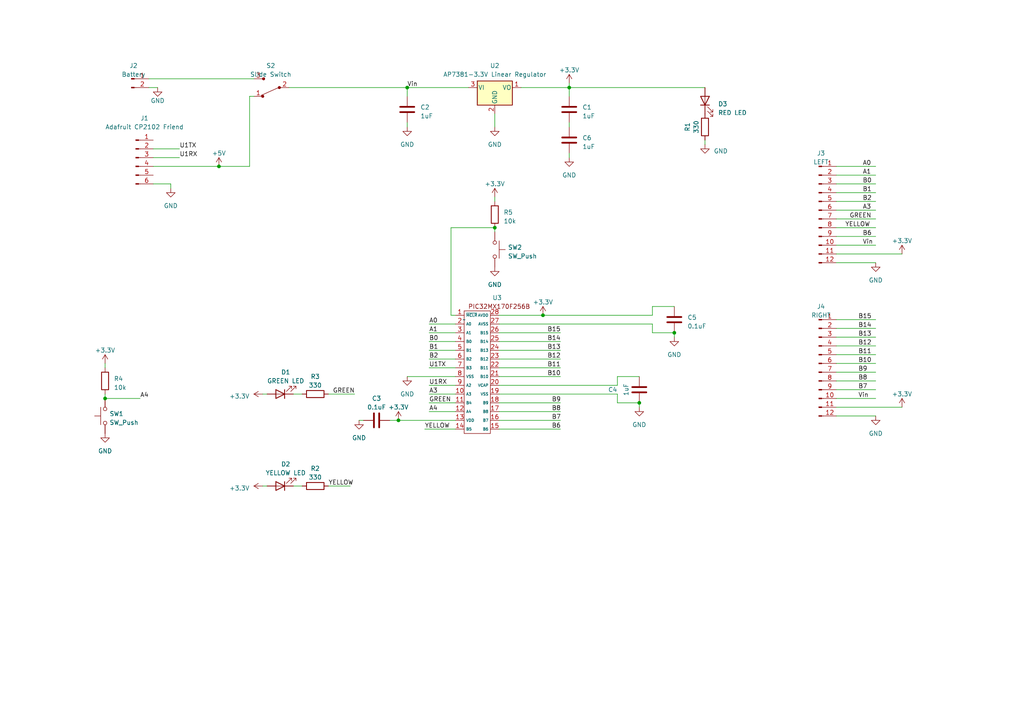
<source format=kicad_sch>
(kicad_sch (version 20230121) (generator eeschema)
  (paper "A4")
  (title_block (title "PCB") (date "2023-04-12") (rev "v01") (comment 1 "Author: Madeline Lincoln"))
  (lib_symbols
    (symbol "Connector:Conn_01x02_Pin" (pin_names (offset 1.016) hide)
      (property "Reference" "J" (at 0 2.54 0))
      (property "Value" "Conn_01x02_Pin" (at 0 -5.08 0))
      (symbol "Conn_01x02_Pin_1_1"
        (polyline (pts (xy 1.27 -2.54) (xy 0.8636 -2.54)) (stroke (width 0.1524)))
        (polyline (pts (xy 1.27 0) (xy 0.8636 0)) (stroke (width 0.1524)))
        (rectangle (start 0.8636 -2.413) (end 0 -2.667) (stroke (width 0.1524)) (fill (type outline)))
        (rectangle (start 0.8636 0.127) (end 0 -0.127) (stroke (width 0.1524)) (fill (type outline)))
        (pin passive line (at 5.08 0 180) (length 3.81) (name "Pin_1") (number "1"))
        (pin passive line (at 5.08 -2.54 180) (length 3.81) (name "Pin_2") (number "2"))
      )
    )
    (symbol "Connector:Conn_01x06_Pin" (pin_names (offset 1.016) hide)
      (property "Reference" "J" (at 0 7.62 0))
      (property "Value" "Conn_01x06_Pin" (at 0 -10.16 0))
      (symbol "Conn_01x06_Pin_1_1"
        (polyline (pts (xy 1.27 -7.62) (xy 0.8636 -7.62)) (stroke (width 0.1524)))
        (polyline (pts (xy 1.27 -5.08) (xy 0.8636 -5.08)) (stroke (width 0.1524)))
        (polyline (pts (xy 1.27 -2.54) (xy 0.8636 -2.54)) (stroke (width 0.1524)))
        (polyline (pts (xy 1.27 0) (xy 0.8636 0)) (stroke (width 0.1524)))
        (polyline (pts (xy 1.27 2.54) (xy 0.8636 2.54)) (stroke (width 0.1524)))
        (polyline (pts (xy 1.27 5.08) (xy 0.8636 5.08)) (stroke (width 0.1524)))
        (rectangle (start 0.8636 -7.493) (end 0 -7.747) (stroke (width 0.1524)) (fill (type outline)))
        (rectangle (start 0.8636 -4.953) (end 0 -5.207) (stroke (width 0.1524)) (fill (type outline)))
        (rectangle (start 0.8636 -2.413) (end 0 -2.667) (stroke (width 0.1524)) (fill (type outline)))
        (rectangle (start 0.8636 0.127) (end 0 -0.127) (stroke (width 0.1524)) (fill (type outline)))
        (rectangle (start 0.8636 2.667) (end 0 2.413) (stroke (width 0.1524)) (fill (type outline)))
        (rectangle (start 0.8636 5.207) (end 0 4.953) (stroke (width 0.1524)) (fill (type outline)))
        (pin passive line (at 5.08 5.08 180) (length 3.81) (name "Pin_1") (number "1"))
        (pin passive line (at 5.08 2.54 180) (length 3.81) (name "Pin_2") (number "2"))
        (pin passive line (at 5.08 0 180) (length 3.81) (name "Pin_3") (number "3"))
        (pin passive line (at 5.08 -2.54 180) (length 3.81) (name "Pin_4") (number "4"))
        (pin passive line (at 5.08 -5.08 180) (length 3.81) (name "Pin_5") (number "5"))
        (pin passive line (at 5.08 -7.62 180) (length 3.81) (name "Pin_6") (number "6"))
      )
    )
    (symbol "Connector:Conn_01x12_Pin" (pin_names (offset 1.016) hide)
      (property "Reference" "J" (at 0 15.24 0))
      (property "Value" "Conn_01x12_Pin" (at 0 -17.78 0))
      (symbol "Conn_01x12_Pin_1_1"
        (polyline (pts (xy 1.27 -15.24) (xy 0.8636 -15.24)) (stroke (width 0.1524)))
        (polyline (pts (xy 1.27 -12.7) (xy 0.8636 -12.7)) (stroke (width 0.1524)))
        (polyline (pts (xy 1.27 -10.16) (xy 0.8636 -10.16)) (stroke (width 0.1524)))
        (polyline (pts (xy 1.27 -7.62) (xy 0.8636 -7.62)) (stroke (width 0.1524)))
        (polyline (pts (xy 1.27 -5.08) (xy 0.8636 -5.08)) (stroke (width 0.1524)))
        (polyline (pts (xy 1.27 -2.54) (xy 0.8636 -2.54)) (stroke (width 0.1524)))
        (polyline (pts (xy 1.27 0) (xy 0.8636 0)) (stroke (width 0.1524)))
        (polyline (pts (xy 1.27 2.54) (xy 0.8636 2.54)) (stroke (width 0.1524)))
        (polyline (pts (xy 1.27 5.08) (xy 0.8636 5.08)) (stroke (width 0.1524)))
        (polyline (pts (xy 1.27 7.62) (xy 0.8636 7.62)) (stroke (width 0.1524)))
        (polyline (pts (xy 1.27 10.16) (xy 0.8636 10.16)) (stroke (width 0.1524)))
        (polyline (pts (xy 1.27 12.7) (xy 0.8636 12.7)) (stroke (width 0.1524)))
        (rectangle (start 0.8636 -15.113) (end 0 -15.367) (stroke (width 0.1524)) (fill (type outline)))
        (rectangle (start 0.8636 -12.573) (end 0 -12.827) (stroke (width 0.1524)) (fill (type outline)))
        (rectangle (start 0.8636 -10.033) (end 0 -10.287) (stroke (width 0.1524)) (fill (type outline)))
        (rectangle (start 0.8636 -7.493) (end 0 -7.747) (stroke (width 0.1524)) (fill (type outline)))
        (rectangle (start 0.8636 -4.953) (end 0 -5.207) (stroke (width 0.1524)) (fill (type outline)))
        (rectangle (start 0.8636 -2.413) (end 0 -2.667) (stroke (width 0.1524)) (fill (type outline)))
        (rectangle (start 0.8636 0.127) (end 0 -0.127) (stroke (width 0.1524)) (fill (type outline)))
        (rectangle (start 0.8636 2.667) (end 0 2.413) (stroke (width 0.1524)) (fill (type outline)))
        (rectangle (start 0.8636 5.207) (end 0 4.953) (stroke (width 0.1524)) (fill (type outline)))
        (rectangle (start 0.8636 7.747) (end 0 7.493) (stroke (width 0.1524)) (fill (type outline)))
        (rectangle (start 0.8636 10.287) (end 0 10.033) (stroke (width 0.1524)) (fill (type outline)))
        (rectangle (start 0.8636 12.827) (end 0 12.573) (stroke (width 0.1524)) (fill (type outline)))
        (pin passive line (at 5.08 12.7 180) (length 3.81) (name "Pin_1") (number "1"))
        (pin passive line (at 5.08 -10.16 180) (length 3.81) (name "Pin_10") (number "10"))
        (pin passive line (at 5.08 -12.7 180) (length 3.81) (name "Pin_11") (number "11"))
        (pin passive line (at 5.08 -15.24 180) (length 3.81) (name "Pin_12") (number "12"))
        (pin passive line (at 5.08 10.16 180) (length 3.81) (name "Pin_2") (number "2"))
        (pin passive line (at 5.08 7.62 180) (length 3.81) (name "Pin_3") (number "3"))
        (pin passive line (at 5.08 5.08 180) (length 3.81) (name "Pin_4") (number "4"))
        (pin passive line (at 5.08 2.54 180) (length 3.81) (name "Pin_5") (number "5"))
        (pin passive line (at 5.08 0 180) (length 3.81) (name "Pin_6") (number "6"))
        (pin passive line (at 5.08 -2.54 180) (length 3.81) (name "Pin_7") (number "7"))
        (pin passive line (at 5.08 -5.08 180) (length 3.81) (name "Pin_8") (number "8"))
        (pin passive line (at 5.08 -7.62 180) (length 3.81) (name "Pin_9") (number "9"))
      )
    )
    (symbol "PIC32MX170F256B_1"
      (property "Reference" "U" (at 3.81 3.81 0))
      (symbol "PIC32MX170F256B_1_1_1"
        (rectangle (start 0 0) (end 7.62 -35.56))
        (text "PIC32MX170F256B" (at 10.16 1.27 0) (effects (font (size 1.27 1.27))))
        (pin input line (at -2.54 -1.27 0) (length 2.54) (name "~{MCLR}") (number "1"))
        (pin input line (at -2.54 -24.13 0) (length 2.54) (name "A3") (number "10"))
        (pin input line (at -2.54 -26.67 0) (length 2.54) (name "B4") (number "11"))
        (pin output line (at -2.54 -29.21 0) (length 2.54) (name "A4") (number "12"))
        (pin power_in line (at -2.54 -31.75 0) (length 2.54) (name "VDD") (number "13"))
        (pin output line (at -2.54 -34.29 0) (length 2.54) (name "B5") (number "14"))
        (pin input line (at 10.16 -34.29 180) (length 2.54) (name "B6") (number "15"))
        (pin input line (at 10.16 -31.75 180) (length 2.54) (name "B7") (number "16"))
        (pin input line (at 10.16 -29.21 180) (length 2.54) (name "B8") (number "17"))
        (pin input line (at 10.16 -26.67 180) (length 2.54) (name "B9") (number "18"))
        (pin power_in line (at 10.16 -24.13 180) (length 2.54) (name "VSS") (number "19"))
        (pin input line (at -2.54 -3.81 0) (length 2.54) (name "A0") (number "2"))
        (pin power_in line (at 10.16 -21.59 180) (length 2.54) (name "VCAP") (number "20"))
        (pin input line (at 10.16 -19.05 180) (length 2.54) (name "B10") (number "21"))
        (pin input line (at 10.16 -16.51 180) (length 2.54) (name "B11") (number "22"))
        (pin input line (at 10.16 -13.97 180) (length 2.54) (name "B12") (number "23"))
        (pin input line (at 10.16 -11.43 180) (length 2.54) (name "B13") (number "24"))
        (pin input line (at 10.16 -8.89 180) (length 2.54) (name "B14") (number "25"))
        (pin input line (at 10.16 -6.35 180) (length 2.54) (name "B15") (number "26"))
        (pin power_in line (at 10.16 -3.81 180) (length 2.54) (name "AVSS") (number "27"))
        (pin power_in line (at 10.16 -1.27 180) (length 2.54) (name "AVDD") (number "28"))
        (pin input line (at -2.54 -6.35 0) (length 2.54) (name "A1") (number "3"))
        (pin input line (at -2.54 -8.89 0) (length 2.54) (name "B0") (number "4"))
        (pin input line (at -2.54 -11.43 0) (length 2.54) (name "B1") (number "5"))
        (pin input line (at -2.54 -13.97 0) (length 2.54) (name "B2") (number "6"))
        (pin output line (at -2.54 -16.51 0) (length 2.54) (name "B3") (number "7"))
        (pin power_in line (at -2.54 -19.05 0) (length 2.54) (name "VSS") (number "8"))
        (pin input line (at -2.54 -21.59 0) (length 2.54) (name "A2") (number "9"))
      )
    )
    (symbol "dk_Slide-Switches:EG1218" (pin_names (offset 0))
      (property "Reference" "S" (at -3.81 2.286 0))
      (property "Value" "EG1218" (at 0 -5.334 0))
      (symbol "EG1218_0_1"
        (circle (center -2.286 0) (radius 0.3556) (fill (type outline)))
        (polyline (pts (xy -2.032 0) (xy 3.048 2.286)))
        (circle (center 2.286 -2.54) (radius 0.3556) (fill (type outline)))
        (circle (center 2.54 2.54) (radius 0.3556) (fill (type outline)))
      )
      (symbol "EG1218_1_1"
        (pin passive line (at 5.08 2.54 180) (length 2.54) (name "~") (number "1"))
        (pin passive line (at -5.08 0 0) (length 2.54) (name "~") (number "2"))
        (pin passive line (at 5.08 -2.54 180) (length 2.54) (name "~") (number "3"))
      )
    )
    (symbol "hw4_1:AP7381-3.3V Linear Regulator" (pin_names (offset 0.254))
      (property "Reference" "U" (at -3.81 3.175 0))
      (property "Value" "AP7381-3.3V Linear Regulator" (at 0 3.175 0))
      (symbol "AP7381-3.3V Linear Regulator_0_1"
        (rectangle (start -5.08 1.905) (end 5.08 -5.08) (stroke (width 0.254)) (fill (type background)))
      )
      (symbol "AP7381-3.3V Linear Regulator_1_1"
        (pin power_out line (at 7.62 0 180) (length 2.54) (name "VO") (number "1"))
        (pin power_in line (at 0 -7.62 90) (length 2.54) (name "GND") (number "2"))
        (pin power_in line (at -7.62 0 0) (length 2.54) (name "VI") (number "3"))
      )
    )
    (symbol "hw4_1:C" (pin_numbers hide) (pin_names (offset 0.254))
      (property "Reference" "C" (at 0.635 2.54 0))
      (property "Value" "C" (at 0.635 -2.54 0))
      (symbol "C_0_1"
        (polyline (pts (xy -2.032 -0.762) (xy 2.032 -0.762)) (stroke (width 0.508)))
        (polyline (pts (xy -2.032 0.762) (xy 2.032 0.762)) (stroke (width 0.508)))
      )
      (symbol "C_1_1"
        (pin passive line (at 0 3.81 270) (length 2.794) (name "~") (number "1"))
        (pin passive line (at 0 -3.81 90) (length 2.794) (name "~") (number "2"))
      )
    )
    (symbol "hw4_1:LED" (pin_numbers hide) (pin_names (offset 1.016) hide)
      (property "Reference" "D" (at 0 2.54 0))
      (property "Value" "LED" (at 0 -2.54 0))
      (symbol "LED_0_1"
        (polyline (pts (xy -1.27 -1.27) (xy -1.27 1.27)) (stroke (width 0.254)))
        (polyline (pts (xy -1.27 0) (xy 1.27 0)))
        (polyline (pts (xy 1.27 -1.27) (xy 1.27 1.27) (xy -1.27 0) (xy 1.27 -1.27)) (stroke (width 0.254)))
        (polyline (pts (xy -3.048 -0.762) (xy -4.572 -2.286) (xy -3.81 -2.286) (xy -4.572 -2.286) (xy -4.572 -1.524)))
        (polyline (pts (xy -1.778 -0.762) (xy -3.302 -2.286) (xy -2.54 -2.286) (xy -3.302 -2.286) (xy -3.302 -1.524)))
      )
      (symbol "LED_1_1"
        (pin passive line (at -3.81 0 0) (length 2.54) (name "K") (number "1"))
        (pin passive line (at 3.81 0 180) (length 2.54) (name "A") (number "2"))
      )
    )
    (symbol "hw4_1:R" (pin_numbers hide) (pin_names (offset 0))
      (property "Reference" "R" (at 2.032 0 90))
      (property "Value" "R" (at 0 0 90))
      (symbol "R_0_1"
        (rectangle (start -1.016 -2.54) (end 1.016 2.54) (stroke (width 0.254)))
      )
      (symbol "R_1_1"
        (pin passive line (at 0 3.81 270) (length 1.27) (name "~") (number "1"))
        (pin passive line (at 0 -3.81 90) (length 1.27) (name "~") (number "2"))
      )
    )
    (symbol "hw4_1:SW_Push" (pin_numbers hide) (pin_names (offset 1.016) hide)
      (property "Reference" "SW" (at 1.27 2.54 0))
      (property "Value" "SW_Push" (at 0 -1.524 0))
      (symbol "SW_Push_0_1"
        (circle (center -2.032 0) (radius 0.508))
        (polyline (pts (xy 0 1.27) (xy 0 3.048)))
        (polyline (pts (xy 2.54 1.27) (xy -2.54 1.27)))
        (circle (center 2.032 0) (radius 0.508))
        (pin passive line (at -5.08 0 0) (length 2.54) (name "1") (number "1"))
        (pin passive line (at 5.08 0 180) (length 2.54) (name "2") (number "2"))
      )
    )
    (symbol "power:+3.3V" (power) (pin_names (offset 0))
      (property "Value" "+3.3V" (at 0 3.556 0))
      (symbol "+3.3V_0_1"
        (polyline (pts (xy -0.762 1.27) (xy 0 2.54)))
        (polyline (pts (xy 0 0) (xy 0 2.54)))
        (polyline (pts (xy 0 2.54) (xy 0.762 1.27)))
      )
      (symbol "+3.3V_1_1"
        (pin power_in line (at 0 0 90) (length 0) hide (name "+3.3V") (number "1"))
      )
    )
    (symbol "power:+5V" (power) (pin_names (offset 0))
      (property "Value" "+5V" (at 0 3.556 0))
      (symbol "+5V_0_1"
        (polyline (pts (xy -0.762 1.27) (xy 0 2.54)))
        (polyline (pts (xy 0 0) (xy 0 2.54)))
        (polyline (pts (xy 0 2.54) (xy 0.762 1.27)))
      )
      (symbol "+5V_1_1"
        (pin power_in line (at 0 0 90) (length 0) hide (name "+5V") (number "1"))
      )
    )
    (symbol "power:GND" (power) (pin_names (offset 0))
      (property "Value" "GND" (at 0 -3.81 0))
      (symbol "GND_0_1"
        (polyline (pts (xy 0 0) (xy 0 -1.27) (xy 1.27 -1.27) (xy 0 -2.54) (xy -1.27 -1.27) (xy 0 -1.27)))
      )
      (symbol "GND_1_1"
        (pin power_in line (at 0 0 270) (length 0) hide (name "GND") (number "1"))
      )
    )
  )
  (junction (at 115.57 121.92))
  (junction (at 157.48 91.44))
  (junction (at 185.42 116.84))
  (junction (at 63.5 48.26))
  (junction (at 195.58 96.52))
  (junction (at 143.51 66.04))
  (junction (at 118.11 25.4))
  (junction (at 165.1 25.4))
  (junction (at 30.48 115.57))
  (wire (pts (xy 124.46 101.6) (xy 132.08 101.6)))
  (wire (pts (xy 242.57 71.12) (xy 254 71.12)))
  (wire (pts (xy 130.81 66.04) (xy 143.51 66.04)))
  (wire (pts (xy 123.19 124.46) (xy 132.08 124.46)))
  (wire (pts (xy 204.47 40.64) (xy 204.47 41.91)))
  (wire (pts (xy 242.57 102.87) (xy 254 102.87)))
  (wire (pts (xy 165.1 25.4) (xy 165.1 27.94)))
  (wire (pts (xy 144.78 114.3) (xy 179.07 114.3)))
  (wire (pts (xy 118.11 25.4) (xy 118.11 27.94)))
  (wire (pts (xy 44.45 43.18) (xy 52.07 43.18)))
  (wire (pts (xy 179.07 114.3) (xy 179.07 116.84)))
  (wire (pts (xy 83.82 25.4) (xy 118.11 25.4)))
  (wire (pts (xy 144.78 111.76) (xy 179.07 111.76)))
  (wire (pts (xy 242.57 92.71) (xy 254 92.71)))
  (wire (pts (xy 85.09 114.3) (xy 87.63 114.3)))
  (wire (pts (xy 165.1 44.45) (xy 165.1 45.72)))
  (wire (pts (xy 144.78 101.6) (xy 162.56 101.6)))
  (wire (pts (xy 72.39 27.94) (xy 73.66 27.94)))
  (wire (pts (xy 242.57 63.5) (xy 254 63.5)))
  (wire (pts (xy 104.14 121.92) (xy 105.41 121.92)))
  (wire (pts (xy 124.46 96.52) (xy 132.08 96.52)))
  (wire (pts (xy 143.51 33.02) (xy 143.51 36.83)))
  (wire (pts (xy 242.57 50.8) (xy 254 50.8)))
  (wire (pts (xy 189.23 88.9) (xy 195.58 88.9)))
  (wire (pts (xy 113.03 121.92) (xy 115.57 121.92)))
  (wire (pts (xy 76.2 114.3) (xy 77.47 114.3)))
  (wire (pts (xy 144.78 121.92) (xy 162.56 121.92)))
  (wire (pts (xy 242.57 100.33) (xy 254 100.33)))
  (wire (pts (xy 165.1 25.4) (xy 204.47 25.4)))
  (wire (pts (xy 242.57 73.66) (xy 261.62 73.66)))
  (wire (pts (xy 242.57 66.04) (xy 254 66.04)))
  (wire (pts (xy 189.23 91.44) (xy 189.23 88.9)))
  (wire (pts (xy 124.46 104.14) (xy 132.08 104.14)))
  (wire (pts (xy 157.48 91.44) (xy 189.23 91.44)))
  (wire (pts (xy 144.78 106.68) (xy 162.56 106.68)))
  (wire (pts (xy 124.46 99.06) (xy 132.08 99.06)))
  (wire (pts (xy 144.78 124.46) (xy 162.56 124.46)))
  (wire (pts (xy 118.11 109.22) (xy 132.08 109.22)))
  (wire (pts (xy 124.46 119.38) (xy 132.08 119.38)))
  (wire (pts (xy 44.45 45.72) (xy 52.07 45.72)))
  (wire (pts (xy 242.57 110.49) (xy 254 110.49)))
  (wire (pts (xy 242.57 55.88) (xy 254 55.88)))
  (wire (pts (xy 144.78 116.84) (xy 162.56 116.84)))
  (wire (pts (xy 144.78 119.38) (xy 162.56 119.38)))
  (wire (pts (xy 49.53 53.34) (xy 49.53 54.61)))
  (wire (pts (xy 242.57 60.96) (xy 254 60.96)))
  (wire (pts (xy 115.57 121.92) (xy 132.08 121.92)))
  (wire (pts (xy 144.78 93.98) (xy 189.23 93.98)))
  (wire (pts (xy 124.46 114.3) (xy 132.08 114.3)))
  (wire (pts (xy 30.48 115.57) (xy 40.64 115.57)))
  (wire (pts (xy 242.57 58.42) (xy 254 58.42)))
  (wire (pts (xy 143.51 57.15) (xy 143.51 58.42)))
  (wire (pts (xy 242.57 53.34) (xy 254 53.34)))
  (wire (pts (xy 179.07 116.84) (xy 185.42 116.84)))
  (wire (pts (xy 118.11 35.56) (xy 118.11 36.83)))
  (wire (pts (xy 165.1 24.13) (xy 165.1 25.4)))
  (wire (pts (xy 179.07 109.22) (xy 185.42 109.22)))
  (wire (pts (xy 130.81 91.44) (xy 132.08 91.44)))
  (wire (pts (xy 144.78 96.52) (xy 162.56 96.52)))
  (wire (pts (xy 43.18 22.86) (xy 73.66 22.86)))
  (wire (pts (xy 179.07 111.76) (xy 179.07 109.22)))
  (wire (pts (xy 242.57 107.95) (xy 254 107.95)))
  (wire (pts (xy 124.46 93.98) (xy 132.08 93.98)))
  (wire (pts (xy 143.51 66.04) (xy 143.51 67.31)))
  (wire (pts (xy 85.09 140.97) (xy 87.63 140.97)))
  (wire (pts (xy 242.57 68.58) (xy 254 68.58)))
  (wire (pts (xy 124.46 111.76) (xy 132.08 111.76)))
  (wire (pts (xy 144.78 104.14) (xy 162.56 104.14)))
  (wire (pts (xy 44.45 53.34) (xy 49.53 53.34)))
  (wire (pts (xy 43.18 25.4) (xy 45.72 25.4)))
  (wire (pts (xy 76.2 140.97) (xy 77.47 140.97)))
  (wire (pts (xy 144.78 99.06) (xy 162.56 99.06)))
  (wire (pts (xy 124.46 106.68) (xy 132.08 106.68)))
  (wire (pts (xy 144.78 91.44) (xy 157.48 91.44)))
  (wire (pts (xy 185.42 116.84) (xy 185.42 118.11)))
  (wire (pts (xy 242.57 118.11) (xy 261.62 118.11)))
  (wire (pts (xy 189.23 93.98) (xy 189.23 96.52)))
  (wire (pts (xy 195.58 96.52) (xy 195.58 97.79)))
  (wire (pts (xy 242.57 105.41) (xy 254 105.41)))
  (wire (pts (xy 151.13 25.4) (xy 165.1 25.4)))
  (wire (pts (xy 95.25 140.97) (xy 101.6 140.97)))
  (wire (pts (xy 242.57 95.25) (xy 254 95.25)))
  (wire (pts (xy 63.5 48.26) (xy 72.39 48.26)))
  (wire (pts (xy 144.78 109.22) (xy 162.56 109.22)))
  (wire (pts (xy 242.57 113.03) (xy 254 113.03)))
  (wire (pts (xy 242.57 120.65) (xy 254 120.65)))
  (wire (pts (xy 30.48 105.41) (xy 30.48 106.68)))
  (wire (pts (xy 242.57 115.57) (xy 254 115.57)))
  (wire (pts (xy 135.89 25.4) (xy 118.11 25.4)))
  (wire (pts (xy 242.57 76.2) (xy 254 76.2)))
  (wire (pts (xy 30.48 114.3) (xy 30.48 115.57)))
  (wire (pts (xy 44.45 48.26) (xy 63.5 48.26)))
  (wire (pts (xy 95.25 114.3) (xy 102.87 114.3)))
  (wire (pts (xy 130.81 91.44) (xy 130.81 66.04)))
  (wire (pts (xy 189.23 96.52) (xy 195.58 96.52)))
  (wire (pts (xy 72.39 48.26) (xy 72.39 27.94)))
  (wire (pts (xy 165.1 35.56) (xy 165.1 36.83)))
  (wire (pts (xy 242.57 48.26) (xy 254 48.26)))
  (wire (pts (xy 242.57 97.79) (xy 254 97.79)))
  (wire (pts (xy 124.46 116.84) (xy 132.08 116.84)))
  (label "GREEN" (at 96.52 114.3 0))
  (label "B1" (at 124.46 101.6 0))
  (label "YELLOW" (at 245.11 66.04 0))
  (label "B13" (at 248.92 97.79 0))
  (label "YELLOW" (at 95.25 140.97 0))
  (label "B9" (at 160.02 116.84 0))
  (label "B7" (at 248.92 113.03 0))
  (label "B0" (at 250.19 53.34 0))
  (label "A3" (at 250.19 60.96 0))
  (label "B8" (at 248.92 110.49 0))
  (label "B9" (at 248.92 107.95 0))
  (label "U1RX" (at 124.46 111.76 0))
  (label "B10" (at 248.92 105.41 0))
  (label "A4" (at 40.64 115.57 0))
  (label "B7" (at 160.02 121.92 0))
  (label "A1" (at 124.46 96.52 0))
  (label "B15" (at 248.92 92.71 0))
  (label "B14" (at 248.92 95.25 0))
  (label "U1RX" (at 52.07 45.72 0))
  (label "U1TX" (at 124.46 106.68 0))
  (label "B13" (at 158.75 101.6 0))
  (label "YELLOW" (at 123.19 124.46 0))
  (label "B11" (at 248.92 102.87 0))
  (label "A1" (at 250.19 50.8 0))
  (label "B6" (at 160.02 124.46 0))
  (label "B1" (at 250.19 55.88 0))
  (label "B2" (at 124.46 104.14 0))
  (label "B14" (at 158.75 99.06 0))
  (label "GREEN" (at 246.38 63.5 0))
  (label "B2" (at 250.19 58.42 0))
  (label "Vin" (at 118.11 25.4 0))
  (label "Vin" (at 250.19 71.12 0))
  (label "B10" (at 158.75 109.22 0))
  (label "B8" (at 160.02 119.38 0))
  (label "A4" (at 124.46 119.38 0))
  (label "GREEN" (at 124.46 116.84 0))
  (label "B12" (at 248.92 100.33 0))
  (label "B15" (at 158.75 96.52 0))
  (label "A0" (at 250.19 48.26 0))
  (label "A0" (at 124.46 93.98 0))
  (label "B12" (at 158.75 104.14 0))
  (label "B11" (at 158.75 106.68 0))
  (label "Vin" (at 248.92 115.57 0))
  (label "U1TX" (at 52.07 43.18 0))
  (label "B0" (at 124.46 99.06 0))
  (label "A3" (at 124.46 114.3 0))
  (label "B6" (at 250.19 68.58 0))
  (symbol (lib_id "power:GND") (at 204.47 41.91 0) (unit 1)
    (property "Reference" "#PWR01" (effects hide))
    (property "Value" "GND" (at 207.01 43.815 0) (effects (justify left)))
  )
  (symbol (lib_id "power:+3.3V") (at 76.2 114.3 90) (unit 1)
    (property "Reference" "#PWR012" (effects hide))
    (property "Value" "+3.3V" (at 72.39 114.935 90) (effects (justify left)))
  )
  (symbol (lib_id "power:+3.3V") (at 261.62 118.11 0) (unit 1)
    (property "Reference" "#PWR023" (effects hide))
    (property "Value" "+3.3V" (at 261.62 114.3 0))
  )
  (symbol (lib_id "power:GND") (at 118.11 36.83 0) (unit 1)
    (property "Reference" "#PWR07" (effects hide))
    (property "Value" "GND" (at 118.11 41.91 0))
  )
  (symbol (lib_id "power:+3.3V") (at 30.48 105.41 0) (unit 1)
    (property "Reference" "#PWR011" (effects hide))
    (property "Value" "+3.3V" (at 30.48 101.6 0))
  )
  (symbol (lib_id "hw4_1:C") (at 109.22 121.92 90) (unit 1)
    (property "Reference" "C3" (at 109.22 115.57 90))
    (property "Value" "0.1uF" (at 109.22 118.11 90))
    (property "Footprint" "Capacitor_THT:C_Disc_D3.4mm_W2.1mm_P2.50mm" (effects hide))
  )
  (symbol (lib_id "power:+5V") (at 63.5 48.26 0) (unit 1)
    (property "Reference" "#PWR018" (effects hide))
    (property "Value" "+5V" (at 63.5 44.45 0))
  )
  (symbol (lib_id "power:+3.3V") (at 143.51 57.15 0) (unit 1)
    (property "Reference" "#PWR010" (effects hide))
    (property "Value" "+3.3V" (at 143.51 53.34 0))
  )
  (symbol (lib_id "hw4_1:R") (at 91.44 140.97 90) (unit 1)
    (property "Reference" "R2" (at 91.44 135.89 90))
    (property "Value" "330" (at 91.44 138.43 90))
    (property "Footprint" "Resistor_THT:R_Axial_DIN0207_L6.3mm_D2.5mm_P7.62mm_Horizontal" (effects hide))
  )
  (symbol (lib_id "hw4_1:C") (at 165.1 31.75 0) (unit 1)
    (property "Reference" "C1" (at 168.91 31.115 0) (effects (justify left)))
    (property "Value" "1uF" (at 168.91 33.655 0) (effects (justify left)))
    (property "Footprint" "Capacitor_THT:C_Disc_D5.1mm_W3.2mm_P5.00mm" (effects hide))
  )
  (symbol (lib_id "Connector:Conn_01x06_Pin") (at 39.37 45.72 0) (unit 1)
    (property "Reference" "J1" (at 41.91 34.29 0))
    (property "Value" "Adafruit CP2102 Friend" (at 41.91 36.83 0))
    (property "Footprint" "Connector_PinSocket_2.54mm:PinSocket_1x06_P2.54mm_Vertical" (effects hide))
  )
  (symbol (lib_id "hw4_1:R") (at 204.47 36.83 180) (unit 1)
    (property "Reference" "R1" (at 199.39 36.83 90))
    (property "Value" "330" (at 201.93 36.83 90))
    (property "Footprint" "Resistor_THT:R_Axial_DIN0207_L6.3mm_D2.5mm_P7.62mm_Horizontal" (effects hide))
  )
  (symbol (lib_id "hw4_1:C") (at 185.42 113.03 180) (unit 1)
    (property "Reference" "C4" (at 179.07 113.03 0) (effects (justify left)))
    (property "Value" "1uF" (at 181.61 113.03 90))
    (property "Footprint" "Capacitor_THT:C_Disc_D5.1mm_W3.2mm_P5.00mm" (effects hide))
  )
  (symbol (lib_id "hw4_1:C") (at 118.11 31.75 0) (unit 1)
    (property "Reference" "C2" (at 121.92 31.115 0) (effects (justify left)))
    (property "Value" "1uF" (at 121.92 33.655 0) (effects (justify left)))
    (property "Footprint" "Capacitor_THT:C_Disc_D5.1mm_W3.2mm_P5.00mm" (effects hide))
  )
  (symbol (lib_id "power:GND") (at 195.58 97.79 0) (unit 1)
    (property "Reference" "#PWR04" (effects hide))
    (property "Value" "GND" (at 195.58 102.87 0))
  )
  (symbol (lib_id "Connector:Conn_01x12_Pin") (at 237.49 60.96 0) (unit 1)
    (property "Reference" "J3" (at 238.125 44.45 0))
    (property "Value" "LEFT" (at 238.125 46.99 0))
    (property "Footprint" "Connector_PinSocket_2.54mm:PinSocket_1x12_P2.54mm_Vertical" (effects hide))
  )
  (symbol (lib_id "hw4_1:C") (at 165.1 40.64 0) (unit 1)
    (property "Reference" "C6" (at 168.91 40.005 0) (effects (justify left)))
    (property "Value" "1uF" (at 168.91 42.545 0) (effects (justify left)))
    (property "Footprint" "Capacitor_THT:C_Disc_D5.1mm_W3.2mm_P5.00mm" (effects hide))
  )
  (symbol (lib_id "power:GND") (at 49.53 54.61 0) (unit 1)
    (property "Reference" "#PWR019" (effects hide))
    (property "Value" "GND" (at 49.53 59.69 0))
  )
  (symbol (lib_id "power:GND") (at 165.1 45.72 0) (unit 1)
    (property "Reference" "#PWR08" (effects hide))
    (property "Value" "GND" (at 165.1 50.8 0))
  )
  (symbol (lib_id "power:GND") (at 185.42 118.11 0) (unit 1)
    (property "Reference" "#PWR017" (effects hide))
    (property "Value" "GND" (at 185.42 123.19 0))
  )
  (symbol (lib_id "power:GND") (at 143.51 77.47 0) (unit 1)
    (property "Reference" "#PWR02" (effects hide))
    (property "Value" "GND" (at 143.51 82.55 0))
  )
  (symbol (lib_id "power:+3.3V") (at 261.62 73.66 0) (unit 1)
    (property "Reference" "#PWR024" (effects hide))
    (property "Value" "+3.3V" (at 261.62 69.85 0))
  )
  (symbol (lib_id "power:GND") (at 45.72 25.4 0) (unit 1)
    (property "Reference" "#PWR016" (effects hide))
    (property "Value" "GND" (at 45.72 29.21 0))
  )
  (symbol (lib_id "power:GND") (at 143.51 36.83 0) (unit 1)
    (property "Reference" "#PWR06" (effects hide))
    (property "Value" "GND" (at 143.51 41.91 0))
  )
  (symbol (lib_id "power:GND") (at 30.48 125.73 0) (unit 1)
    (property "Reference" "#PWR05" (effects hide))
    (property "Value" "GND" (at 30.48 130.81 0))
  )
  (symbol (lib_id "hw4_1:SW_Push") (at 143.51 72.39 270) (unit 1)
    (property "Reference" "SW2" (at 147.32 71.755 90) (effects (justify left)))
    (property "Value" "SW_Push" (at 147.32 74.295 90) (effects (justify left)))
    (property "Footprint" "pic32board:push_button" (effects hide))
  )
  (symbol (lib_id "dk_Slide-Switches:EG1218") (at 78.74 25.4 180) (unit 1)
    (property "Reference" "S2" (at 78.5368 19.05 0))
    (property "Value" "Slide Switch" (at 78.5368 21.59 0))
    (property "Footprint" "pic32board:slideswitch" (effects hide))
    (property "Datasheet" "http://spec_sheets.e-switch.com/specs/P040040.pdf" (effects hide))
    (property "Digi-Key_PN" "EG1903-ND" (effects hide))
    (property "MPN" "EG1218" (effects hide))
    (property "Category" "Switches" (effects hide))
    (property "Family" "Slide Switches" (effects hide))
    (property "DK_Datasheet_Link" "http://spec_sheets.e-switch.com/specs/P040040.pdf" (effects hide))
    (property "DK_Detail_Page" "/product-detail/en/e-switch/EG1218/EG1903-ND/101726" (effects hide))
    (property "Description" "SWITCH SLIDE SPDT 200MA 30V" (effects hide))
    (property "Manufacturer" "E-Switch" (effects hide))
    (property "Status" "Active" (effects hide))
  )
  (symbol (lib_id "power:+3.3V") (at 157.48 91.44 0) (unit 1)
    (property "Reference" "#PWR09" (effects hide))
    (property "Value" "+3.3V" (at 157.48 87.63 0))
  )
  (symbol (lib_id "hw4_1:R") (at 143.51 62.23 0) (unit 1)
    (property "Reference" "R5" (at 146.05 61.595 0) (effects (justify left)))
    (property "Value" "10k" (at 146.05 64.135 0) (effects (justify left)))
    (property "Footprint" "Resistor_THT:R_Axial_DIN0207_L6.3mm_D2.5mm_P7.62mm_Horizontal" (effects hide))
  )
  (symbol (lib_id "power:GND") (at 104.14 121.92 0) (unit 1)
    (property "Reference" "#PWR015" (effects hide))
    (property "Value" "GND" (at 104.14 127 0))
  )
  (symbol (lib_id "power:GND") (at 118.11 109.22 0) (unit 1)
    (property "Reference" "#PWR020" (effects hide))
    (property "Value" "GND" (at 118.11 114.3 0))
  )
  (symbol (lib_id "Connector:Conn_01x12_Pin") (at 237.49 105.41 0) (unit 1)
    (property "Reference" "J4" (at 238.125 88.9 0))
    (property "Value" "RIGHT" (at 238.125 91.44 0))
    (property "Footprint" "Connector_PinSocket_2.54mm:PinSocket_1x12_P2.54mm_Vertical" (effects hide))
  )
  (symbol (lib_id "hw4_1:R") (at 30.48 110.49 0) (unit 1)
    (property "Reference" "R4" (at 33.02 109.855 0) (effects (justify left)))
    (property "Value" "10k" (at 33.02 112.395 0) (effects (justify left)))
    (property "Footprint" "Resistor_THT:R_Axial_DIN0207_L6.3mm_D2.5mm_P7.62mm_Horizontal" (effects hide))
  )
  (symbol (lib_id "power:GND") (at 254 120.65 0) (unit 1)
    (property "Reference" "#PWR022" (effects hide))
    (property "Value" "GND" (at 254 125.73 0))
  )
  (symbol (lib_id "power:+3.3V") (at 115.57 121.92 0) (unit 1)
    (property "Reference" "#PWR014" (effects hide))
    (property "Value" "+3.3V" (at 115.57 118.11 0))
  )
  (symbol (lib_id "power:GND") (at 254 76.2 0) (unit 1)
    (property "Reference" "#PWR021" (effects hide))
    (property "Value" "GND" (at 254 81.28 0))
  )
  (symbol (lib_id "Connector:Conn_01x02_Pin") (at 38.1 22.86 0) (unit 1)
    (property "Reference" "J2" (at 38.735 19.05 0))
    (property "Value" "Battery" (at 38.735 21.59 0))
    (property "Footprint" "Connector_PinSocket_2.54mm:PinSocket_1x02_P2.54mm_Vertical" (effects hide))
  )
  (symbol (lib_id "hw4_1:AP7381-3.3V Linear Regulator") (at 143.51 25.4 0) (unit 1)
    (property "Reference" "U2" (at 143.51 19.05 0))
    (property "Value" "AP7381-3.3V Linear Regulator" (at 143.51 21.59 0))
    (property "Footprint" "Package_TO_SOT_THT:TO-92_Inline" (effects hide))
    (property "Datasheet" "https://www.diodes.com/assets/Datasheets/AP7384.pdf" (effects hide))
  )
  (symbol (lib_name "PIC32MX170F256B_1") (lib_id "hw4_1:PIC32MX170F256B") (at 134.62 90.17 0) (unit 1)
    (property "Reference" "U3" (at 144.1958 86.36 0))
    (property "Value" "~" (at 134.62 92.71 0))
    (property "Footprint" "Package_DIP:DIP-28_W7.62mm_LongPads" (effects hide))
  )
  (symbol (lib_id "hw4_1:LED") (at 81.28 140.97 180) (unit 1)
    (property "Reference" "D2" (at 82.8675 134.62 0))
    (property "Value" "YELLOW LED" (at 82.8675 137.16 0))
    (property "Footprint" "LED_THT:LED_D3.0mm" (effects hide))
  )
  (symbol (lib_id "hw4_1:LED") (at 81.28 114.3 180) (unit 1)
    (property "Reference" "D1" (at 82.8675 107.95 0))
    (property "Value" "GREEN LED" (at 82.8675 110.49 0))
    (property "Footprint" "LED_THT:LED_D3.0mm" (effects hide))
  )
  (symbol (lib_id "hw4_1:C") (at 195.58 92.71 180) (unit 1)
    (property "Reference" "C5" (at 199.39 92.075 0) (effects (justify right)))
    (property "Value" "0.1uF" (at 199.39 94.615 0) (effects (justify right)))
    (property "Footprint" "Capacitor_THT:C_Disc_D3.4mm_W2.1mm_P2.50mm" (effects hide))
  )
  (symbol (lib_id "power:+3.3V") (at 76.2 140.97 90) (unit 1)
    (property "Reference" "#PWR013" (effects hide))
    (property "Value" "+3.3V" (at 72.39 141.605 90) (effects (justify left)))
  )
  (symbol (lib_id "power:+3.3V") (at 165.1 24.13 0) (unit 1)
    (property "Reference" "#PWR03" (effects hide))
    (property "Value" "+3.3V" (at 165.1 20.32 0))
  )
  (symbol (lib_id "hw4_1:R") (at 91.44 114.3 90) (unit 1)
    (property "Reference" "R3" (at 91.44 109.22 90))
    (property "Value" "330" (at 91.44 111.76 90))
    (property "Footprint" "Resistor_THT:R_Axial_DIN0207_L6.3mm_D2.5mm_P7.62mm_Horizontal" (effects hide))
  )
  (symbol (lib_id "hw4_1:LED") (at 204.47 29.21 90) (unit 1)
    (property "Reference" "D3" (at 208.28 30.1625 90) (effects (justify right)))
    (property "Value" "RED LED" (at 208.28 32.7025 90) (effects (justify right)))
    (property "Footprint" "LED_THT:LED_D3.0mm" (effects hide))
  )
  (symbol (lib_id "hw4_1:SW_Push") (at 30.48 120.65 90) (unit 1)
    (property "Reference" "SW1" (at 31.75 120.015 90) (effects (justify right)))
    (property "Value" "SW_Push" (at 31.75 122.555 90) (effects (justify right)))
    (property "Footprint" "pic32board:push_button" (effects hide))
  )
)
</source>
